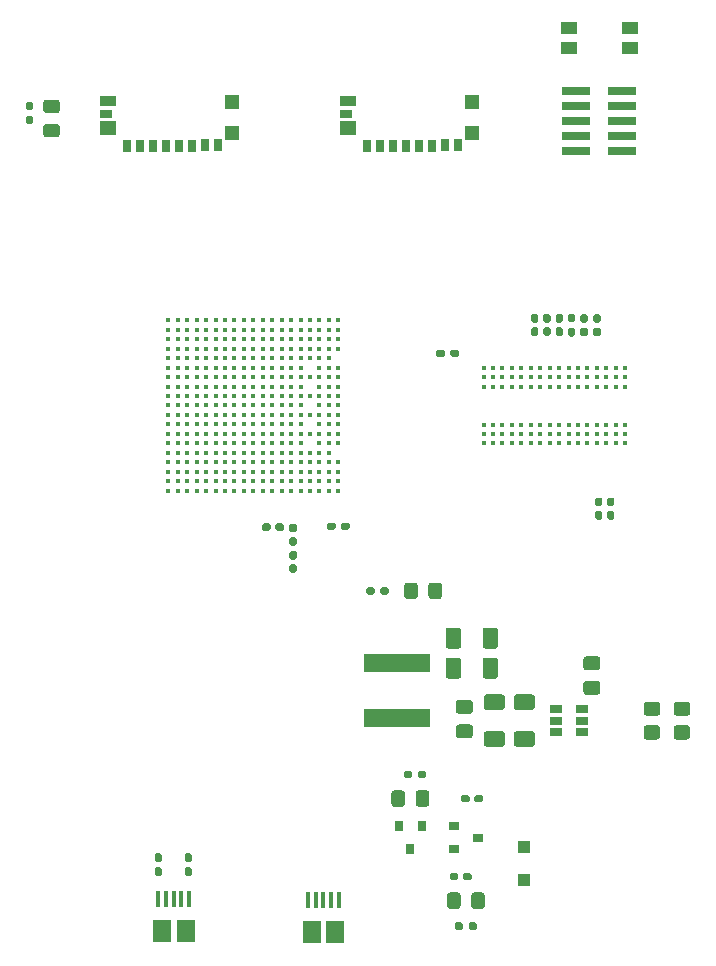
<source format=gbr>
%TF.GenerationSoftware,KiCad,Pcbnew,(5.1.8-0-10_14)*%
%TF.CreationDate,2020-12-07T13:54:23+00:00*%
%TF.ProjectId,STM32MP1_TestBoard,53544d33-324d-4503-915f-54657374426f,rev?*%
%TF.SameCoordinates,Original*%
%TF.FileFunction,Paste,Top*%
%TF.FilePolarity,Positive*%
%FSLAX46Y46*%
G04 Gerber Fmt 4.6, Leading zero omitted, Abs format (unit mm)*
G04 Created by KiCad (PCBNEW (5.1.8-0-10_14)) date 2020-12-07 13:54:23*
%MOMM*%
%LPD*%
G01*
G04 APERTURE LIST*
%ADD10C,0.400000*%
%ADD11R,1.100000X1.100000*%
%ADD12R,1.500000X1.900000*%
%ADD13R,0.400000X1.350000*%
%ADD14R,1.060000X0.650000*%
%ADD15R,0.900000X0.800000*%
%ADD16R,1.450000X1.000000*%
%ADD17R,0.800000X0.900000*%
%ADD18R,5.700000X1.600000*%
%ADD19R,1.000000X0.700000*%
%ADD20R,1.400000X0.900000*%
%ADD21R,1.400000X1.200000*%
%ADD22R,1.200000X1.150000*%
%ADD23R,0.700000X1.000000*%
%ADD24R,2.400000X0.740000*%
G04 APERTURE END LIST*
D10*
%TO.C,U1*%
X167131000Y-110057000D03*
X167131000Y-109257000D03*
X167131000Y-108457000D03*
X167131000Y-107657000D03*
X167131000Y-106057000D03*
X167131000Y-105257000D03*
X167131000Y-104457000D03*
X167131000Y-103657000D03*
X167131000Y-102857000D03*
X167131000Y-102057000D03*
X167131000Y-101257000D03*
X167131000Y-100457000D03*
X167131000Y-99657000D03*
X167131000Y-98057000D03*
X167131000Y-97257000D03*
X167131000Y-96457000D03*
X167131000Y-95657000D03*
X166331000Y-110057000D03*
X166331000Y-109257000D03*
X166331000Y-108457000D03*
X166331000Y-107657000D03*
X166331000Y-106857000D03*
X166331000Y-106057000D03*
X166331000Y-105257000D03*
X166331000Y-104457000D03*
X166331000Y-103657000D03*
X166331000Y-102857000D03*
X166331000Y-102057000D03*
X166331000Y-101257000D03*
X166331000Y-100457000D03*
X166331000Y-99657000D03*
X166331000Y-98857000D03*
X166331000Y-98057000D03*
X166331000Y-97257000D03*
X166331000Y-96457000D03*
X166331000Y-95657000D03*
X165531000Y-110057000D03*
X165531000Y-109257000D03*
X165531000Y-108457000D03*
X165531000Y-107657000D03*
X165531000Y-106857000D03*
X165531000Y-106057000D03*
X165531000Y-105257000D03*
X165531000Y-104457000D03*
X165531000Y-103657000D03*
X165531000Y-102857000D03*
X165531000Y-102057000D03*
X165531000Y-101257000D03*
X165531000Y-100457000D03*
X165531000Y-99657000D03*
X165531000Y-98857000D03*
X165531000Y-98057000D03*
X165531000Y-97257000D03*
X165531000Y-96457000D03*
X165531000Y-95657000D03*
X164731000Y-110057000D03*
X164731000Y-109257000D03*
X164731000Y-108457000D03*
X164731000Y-107657000D03*
X164731000Y-106857000D03*
X164731000Y-105257000D03*
X164731000Y-103657000D03*
X164731000Y-102057000D03*
X164731000Y-100457000D03*
X164731000Y-98857000D03*
X164731000Y-98057000D03*
X164731000Y-97257000D03*
X164731000Y-96457000D03*
X164731000Y-95657000D03*
X163931000Y-110057000D03*
X163931000Y-109257000D03*
X163931000Y-108457000D03*
X163931000Y-107657000D03*
X163931000Y-106857000D03*
X163931000Y-106057000D03*
X163931000Y-105257000D03*
X163931000Y-104457000D03*
X163931000Y-103657000D03*
X163931000Y-102857000D03*
X163931000Y-102057000D03*
X163931000Y-101257000D03*
X163931000Y-100457000D03*
X163931000Y-99657000D03*
X163931000Y-98857000D03*
X163931000Y-98057000D03*
X163931000Y-97257000D03*
X163931000Y-96457000D03*
X163931000Y-95657000D03*
X163131000Y-110057000D03*
X163131000Y-109257000D03*
X163131000Y-108457000D03*
X163131000Y-107657000D03*
X163131000Y-106857000D03*
X163131000Y-106057000D03*
X163131000Y-105257000D03*
X163131000Y-104457000D03*
X163131000Y-103657000D03*
X163131000Y-102857000D03*
X163131000Y-102057000D03*
X163131000Y-101257000D03*
X163131000Y-100457000D03*
X163131000Y-99657000D03*
X163131000Y-98857000D03*
X163131000Y-98057000D03*
X163131000Y-97257000D03*
X163131000Y-96457000D03*
X163131000Y-95657000D03*
X162331000Y-110057000D03*
X162331000Y-109257000D03*
X162331000Y-108457000D03*
X162331000Y-107657000D03*
X162331000Y-106857000D03*
X162331000Y-106057000D03*
X162331000Y-105257000D03*
X162331000Y-104457000D03*
X162331000Y-103657000D03*
X162331000Y-102857000D03*
X162331000Y-102057000D03*
X162331000Y-101257000D03*
X162331000Y-100457000D03*
X162331000Y-99657000D03*
X162331000Y-98857000D03*
X162331000Y-98057000D03*
X162331000Y-97257000D03*
X162331000Y-96457000D03*
X162331000Y-95657000D03*
X161531000Y-110057000D03*
X161531000Y-109257000D03*
X161531000Y-108457000D03*
X161531000Y-107657000D03*
X161531000Y-106857000D03*
X161531000Y-106057000D03*
X161531000Y-105257000D03*
X161531000Y-104457000D03*
X161531000Y-103657000D03*
X161531000Y-102857000D03*
X161531000Y-102057000D03*
X161531000Y-101257000D03*
X161531000Y-100457000D03*
X161531000Y-99657000D03*
X161531000Y-98857000D03*
X161531000Y-98057000D03*
X161531000Y-97257000D03*
X161531000Y-96457000D03*
X161531000Y-95657000D03*
X160731000Y-110057000D03*
X160731000Y-109257000D03*
X160731000Y-108457000D03*
X160731000Y-107657000D03*
X160731000Y-106857000D03*
X160731000Y-106057000D03*
X160731000Y-105257000D03*
X160731000Y-104457000D03*
X160731000Y-103657000D03*
X160731000Y-102857000D03*
X160731000Y-102057000D03*
X160731000Y-101257000D03*
X160731000Y-100457000D03*
X160731000Y-99657000D03*
X160731000Y-98857000D03*
X160731000Y-98057000D03*
X160731000Y-97257000D03*
X160731000Y-96457000D03*
X160731000Y-95657000D03*
X159931000Y-110057000D03*
X159931000Y-109257000D03*
X159931000Y-108457000D03*
X159931000Y-107657000D03*
X159931000Y-106857000D03*
X159931000Y-106057000D03*
X159931000Y-105257000D03*
X159931000Y-104457000D03*
X159931000Y-103657000D03*
X159931000Y-102857000D03*
X159931000Y-102057000D03*
X159931000Y-101257000D03*
X159931000Y-100457000D03*
X159931000Y-99657000D03*
X159931000Y-98857000D03*
X159931000Y-98057000D03*
X159931000Y-97257000D03*
X159931000Y-96457000D03*
X159931000Y-95657000D03*
X159131000Y-110057000D03*
X159131000Y-109257000D03*
X159131000Y-108457000D03*
X159131000Y-107657000D03*
X159131000Y-106857000D03*
X159131000Y-106057000D03*
X159131000Y-105257000D03*
X159131000Y-104457000D03*
X159131000Y-103657000D03*
X159131000Y-102857000D03*
X159131000Y-102057000D03*
X159131000Y-101257000D03*
X159131000Y-100457000D03*
X159131000Y-99657000D03*
X159131000Y-98857000D03*
X159131000Y-98057000D03*
X159131000Y-97257000D03*
X159131000Y-96457000D03*
X159131000Y-95657000D03*
X158331000Y-110057000D03*
X158331000Y-109257000D03*
X158331000Y-108457000D03*
X158331000Y-107657000D03*
X158331000Y-106857000D03*
X158331000Y-106057000D03*
X158331000Y-105257000D03*
X158331000Y-104457000D03*
X158331000Y-103657000D03*
X158331000Y-102857000D03*
X158331000Y-102057000D03*
X158331000Y-101257000D03*
X158331000Y-100457000D03*
X158331000Y-99657000D03*
X158331000Y-98857000D03*
X158331000Y-98057000D03*
X158331000Y-97257000D03*
X158331000Y-96457000D03*
X158331000Y-95657000D03*
X157531000Y-110057000D03*
X157531000Y-109257000D03*
X157531000Y-108457000D03*
X157531000Y-107657000D03*
X157531000Y-106857000D03*
X157531000Y-106057000D03*
X157531000Y-105257000D03*
X157531000Y-104457000D03*
X157531000Y-103657000D03*
X157531000Y-102857000D03*
X157531000Y-102057000D03*
X157531000Y-101257000D03*
X157531000Y-100457000D03*
X157531000Y-99657000D03*
X157531000Y-98857000D03*
X157531000Y-98057000D03*
X157531000Y-97257000D03*
X157531000Y-96457000D03*
X157531000Y-95657000D03*
X156731000Y-110057000D03*
X156731000Y-109257000D03*
X156731000Y-108457000D03*
X156731000Y-107657000D03*
X156731000Y-106857000D03*
X156731000Y-106057000D03*
X156731000Y-105257000D03*
X156731000Y-104457000D03*
X156731000Y-103657000D03*
X156731000Y-102857000D03*
X156731000Y-102057000D03*
X156731000Y-101257000D03*
X156731000Y-100457000D03*
X156731000Y-99657000D03*
X156731000Y-98857000D03*
X156731000Y-98057000D03*
X156731000Y-97257000D03*
X156731000Y-96457000D03*
X156731000Y-95657000D03*
X155931000Y-110057000D03*
X155931000Y-109257000D03*
X155931000Y-108457000D03*
X155931000Y-107657000D03*
X155931000Y-106857000D03*
X155931000Y-106057000D03*
X155931000Y-105257000D03*
X155931000Y-104457000D03*
X155931000Y-103657000D03*
X155931000Y-102857000D03*
X155931000Y-102057000D03*
X155931000Y-101257000D03*
X155931000Y-100457000D03*
X155931000Y-99657000D03*
X155931000Y-98857000D03*
X155931000Y-98057000D03*
X155931000Y-97257000D03*
X155931000Y-96457000D03*
X155931000Y-95657000D03*
X155131000Y-110057000D03*
X155131000Y-109257000D03*
X155131000Y-108457000D03*
X155131000Y-107657000D03*
X155131000Y-106857000D03*
X155131000Y-106057000D03*
X155131000Y-105257000D03*
X155131000Y-104457000D03*
X155131000Y-103657000D03*
X155131000Y-102857000D03*
X155131000Y-102057000D03*
X155131000Y-101257000D03*
X155131000Y-100457000D03*
X155131000Y-99657000D03*
X155131000Y-98857000D03*
X155131000Y-98057000D03*
X155131000Y-97257000D03*
X155131000Y-96457000D03*
X155131000Y-95657000D03*
X154331000Y-110057000D03*
X154331000Y-109257000D03*
X154331000Y-108457000D03*
X154331000Y-107657000D03*
X154331000Y-106857000D03*
X154331000Y-106057000D03*
X154331000Y-105257000D03*
X154331000Y-104457000D03*
X154331000Y-103657000D03*
X154331000Y-102857000D03*
X154331000Y-102057000D03*
X154331000Y-101257000D03*
X154331000Y-100457000D03*
X154331000Y-99657000D03*
X154331000Y-98857000D03*
X154331000Y-98057000D03*
X154331000Y-97257000D03*
X154331000Y-96457000D03*
X154331000Y-95657000D03*
X153531000Y-110057000D03*
X153531000Y-109257000D03*
X153531000Y-108457000D03*
X153531000Y-107657000D03*
X153531000Y-106857000D03*
X153531000Y-106057000D03*
X153531000Y-105257000D03*
X153531000Y-104457000D03*
X153531000Y-103657000D03*
X153531000Y-102857000D03*
X153531000Y-102057000D03*
X153531000Y-101257000D03*
X153531000Y-100457000D03*
X153531000Y-99657000D03*
X153531000Y-98857000D03*
X153531000Y-98057000D03*
X153531000Y-97257000D03*
X153531000Y-96457000D03*
X153531000Y-95657000D03*
X152731000Y-110057000D03*
X152731000Y-109257000D03*
X152731000Y-108457000D03*
X152731000Y-107657000D03*
X152731000Y-106857000D03*
X152731000Y-106057000D03*
X152731000Y-105257000D03*
X152731000Y-104457000D03*
X152731000Y-103657000D03*
X152731000Y-102857000D03*
X152731000Y-102057000D03*
X152731000Y-101257000D03*
X152731000Y-100457000D03*
X152731000Y-99657000D03*
X152731000Y-98857000D03*
X152731000Y-98057000D03*
X152731000Y-97257000D03*
X152731000Y-96457000D03*
X152731000Y-95657000D03*
%TD*%
%TO.C,R20*%
G36*
G01*
X170194000Y-118394500D02*
X170194000Y-118714500D01*
G75*
G02*
X170034000Y-118874500I-160000J0D01*
G01*
X169639000Y-118874500D01*
G75*
G02*
X169479000Y-118714500I0J160000D01*
G01*
X169479000Y-118394500D01*
G75*
G02*
X169639000Y-118234500I160000J0D01*
G01*
X170034000Y-118234500D01*
G75*
G02*
X170194000Y-118394500I0J-160000D01*
G01*
G37*
G36*
G01*
X171389000Y-118394500D02*
X171389000Y-118714500D01*
G75*
G02*
X171229000Y-118874500I-160000J0D01*
G01*
X170834000Y-118874500D01*
G75*
G02*
X170674000Y-118714500I0J160000D01*
G01*
X170674000Y-118394500D01*
G75*
G02*
X170834000Y-118234500I160000J0D01*
G01*
X171229000Y-118234500D01*
G75*
G02*
X171389000Y-118394500I0J-160000D01*
G01*
G37*
%TD*%
%TO.C,R19*%
G36*
G01*
X177687000Y-146779000D02*
X177687000Y-147099000D01*
G75*
G02*
X177527000Y-147259000I-160000J0D01*
G01*
X177132000Y-147259000D01*
G75*
G02*
X176972000Y-147099000I0J160000D01*
G01*
X176972000Y-146779000D01*
G75*
G02*
X177132000Y-146619000I160000J0D01*
G01*
X177527000Y-146619000D01*
G75*
G02*
X177687000Y-146779000I0J-160000D01*
G01*
G37*
G36*
G01*
X178882000Y-146779000D02*
X178882000Y-147099000D01*
G75*
G02*
X178722000Y-147259000I-160000J0D01*
G01*
X178327000Y-147259000D01*
G75*
G02*
X178167000Y-147099000I0J160000D01*
G01*
X178167000Y-146779000D01*
G75*
G02*
X178327000Y-146619000I160000J0D01*
G01*
X178722000Y-146619000D01*
G75*
G02*
X178882000Y-146779000I0J-160000D01*
G01*
G37*
%TD*%
%TO.C,R18*%
G36*
G01*
X173369000Y-133952000D02*
X173369000Y-134272000D01*
G75*
G02*
X173209000Y-134432000I-160000J0D01*
G01*
X172814000Y-134432000D01*
G75*
G02*
X172654000Y-134272000I0J160000D01*
G01*
X172654000Y-133952000D01*
G75*
G02*
X172814000Y-133792000I160000J0D01*
G01*
X173209000Y-133792000D01*
G75*
G02*
X173369000Y-133952000I0J-160000D01*
G01*
G37*
G36*
G01*
X174564000Y-133952000D02*
X174564000Y-134272000D01*
G75*
G02*
X174404000Y-134432000I-160000J0D01*
G01*
X174009000Y-134432000D01*
G75*
G02*
X173849000Y-134272000I0J160000D01*
G01*
X173849000Y-133952000D01*
G75*
G02*
X174009000Y-133792000I160000J0D01*
G01*
X174404000Y-133792000D01*
G75*
G02*
X174564000Y-133952000I0J-160000D01*
G01*
G37*
%TD*%
%TO.C,D5*%
G36*
G01*
X174757500Y-119004501D02*
X174757500Y-118104499D01*
G75*
G02*
X175007499Y-117854500I249999J0D01*
G01*
X175657501Y-117854500D01*
G75*
G02*
X175907500Y-118104499I0J-249999D01*
G01*
X175907500Y-119004501D01*
G75*
G02*
X175657501Y-119254500I-249999J0D01*
G01*
X175007499Y-119254500D01*
G75*
G02*
X174757500Y-119004501I0J249999D01*
G01*
G37*
G36*
G01*
X172707500Y-119004501D02*
X172707500Y-118104499D01*
G75*
G02*
X172957499Y-117854500I249999J0D01*
G01*
X173607501Y-117854500D01*
G75*
G02*
X173857500Y-118104499I0J-249999D01*
G01*
X173857500Y-119004501D01*
G75*
G02*
X173607501Y-119254500I-249999J0D01*
G01*
X172957499Y-119254500D01*
G75*
G02*
X172707500Y-119004501I0J249999D01*
G01*
G37*
%TD*%
%TO.C,D4*%
G36*
G01*
X177477000Y-144329999D02*
X177477000Y-145230001D01*
G75*
G02*
X177227001Y-145480000I-249999J0D01*
G01*
X176576999Y-145480000D01*
G75*
G02*
X176327000Y-145230001I0J249999D01*
G01*
X176327000Y-144329999D01*
G75*
G02*
X176576999Y-144080000I249999J0D01*
G01*
X177227001Y-144080000D01*
G75*
G02*
X177477000Y-144329999I0J-249999D01*
G01*
G37*
G36*
G01*
X179527000Y-144329999D02*
X179527000Y-145230001D01*
G75*
G02*
X179277001Y-145480000I-249999J0D01*
G01*
X178626999Y-145480000D01*
G75*
G02*
X178377000Y-145230001I0J249999D01*
G01*
X178377000Y-144329999D01*
G75*
G02*
X178626999Y-144080000I249999J0D01*
G01*
X179277001Y-144080000D01*
G75*
G02*
X179527000Y-144329999I0J-249999D01*
G01*
G37*
%TD*%
%TO.C,D3*%
G36*
G01*
X172778000Y-135693999D02*
X172778000Y-136594001D01*
G75*
G02*
X172528001Y-136844000I-249999J0D01*
G01*
X171877999Y-136844000D01*
G75*
G02*
X171628000Y-136594001I0J249999D01*
G01*
X171628000Y-135693999D01*
G75*
G02*
X171877999Y-135444000I249999J0D01*
G01*
X172528001Y-135444000D01*
G75*
G02*
X172778000Y-135693999I0J-249999D01*
G01*
G37*
G36*
G01*
X174828000Y-135693999D02*
X174828000Y-136594001D01*
G75*
G02*
X174578001Y-136844000I-249999J0D01*
G01*
X173927999Y-136844000D01*
G75*
G02*
X173678000Y-136594001I0J249999D01*
G01*
X173678000Y-135693999D01*
G75*
G02*
X173927999Y-135444000I249999J0D01*
G01*
X174578001Y-135444000D01*
G75*
G02*
X174828000Y-135693999I0J-249999D01*
G01*
G37*
%TD*%
D11*
%TO.C,D2*%
X182880000Y-143005000D03*
X182880000Y-140205000D03*
%TD*%
%TO.C,C57*%
G36*
G01*
X185981400Y-96972400D02*
X185671400Y-96972400D01*
G75*
G02*
X185516400Y-96817400I0J155000D01*
G01*
X185516400Y-96392400D01*
G75*
G02*
X185671400Y-96237400I155000J0D01*
G01*
X185981400Y-96237400D01*
G75*
G02*
X186136400Y-96392400I0J-155000D01*
G01*
X186136400Y-96817400D01*
G75*
G02*
X185981400Y-96972400I-155000J0D01*
G01*
G37*
G36*
G01*
X185981400Y-95837400D02*
X185671400Y-95837400D01*
G75*
G02*
X185516400Y-95682400I0J155000D01*
G01*
X185516400Y-95257400D01*
G75*
G02*
X185671400Y-95102400I155000J0D01*
G01*
X185981400Y-95102400D01*
G75*
G02*
X186136400Y-95257400I0J-155000D01*
G01*
X186136400Y-95682400D01*
G75*
G02*
X185981400Y-95837400I-155000J0D01*
G01*
G37*
%TD*%
%TO.C,C40*%
G36*
G01*
X189024200Y-110647200D02*
X189334200Y-110647200D01*
G75*
G02*
X189489200Y-110802200I0J-155000D01*
G01*
X189489200Y-111227200D01*
G75*
G02*
X189334200Y-111382200I-155000J0D01*
G01*
X189024200Y-111382200D01*
G75*
G02*
X188869200Y-111227200I0J155000D01*
G01*
X188869200Y-110802200D01*
G75*
G02*
X189024200Y-110647200I155000J0D01*
G01*
G37*
G36*
G01*
X189024200Y-111782200D02*
X189334200Y-111782200D01*
G75*
G02*
X189489200Y-111937200I0J-155000D01*
G01*
X189489200Y-112362200D01*
G75*
G02*
X189334200Y-112517200I-155000J0D01*
G01*
X189024200Y-112517200D01*
G75*
G02*
X188869200Y-112362200I0J155000D01*
G01*
X188869200Y-111937200D01*
G75*
G02*
X189024200Y-111782200I155000J0D01*
G01*
G37*
%TD*%
%TO.C,R15*%
G36*
G01*
X175422600Y-98610400D02*
X175422600Y-98290400D01*
G75*
G02*
X175582600Y-98130400I160000J0D01*
G01*
X175977600Y-98130400D01*
G75*
G02*
X176137600Y-98290400I0J-160000D01*
G01*
X176137600Y-98610400D01*
G75*
G02*
X175977600Y-98770400I-160000J0D01*
G01*
X175582600Y-98770400D01*
G75*
G02*
X175422600Y-98610400I0J160000D01*
G01*
G37*
G36*
G01*
X176617600Y-98610400D02*
X176617600Y-98290400D01*
G75*
G02*
X176777600Y-98130400I160000J0D01*
G01*
X177172600Y-98130400D01*
G75*
G02*
X177332600Y-98290400I0J-160000D01*
G01*
X177332600Y-98610400D01*
G75*
G02*
X177172600Y-98770400I-160000J0D01*
G01*
X176777600Y-98770400D01*
G75*
G02*
X176617600Y-98610400I0J160000D01*
G01*
G37*
%TD*%
%TO.C,C62*%
G36*
G01*
X183898600Y-96972400D02*
X183588600Y-96972400D01*
G75*
G02*
X183433600Y-96817400I0J155000D01*
G01*
X183433600Y-96392400D01*
G75*
G02*
X183588600Y-96237400I155000J0D01*
G01*
X183898600Y-96237400D01*
G75*
G02*
X184053600Y-96392400I0J-155000D01*
G01*
X184053600Y-96817400D01*
G75*
G02*
X183898600Y-96972400I-155000J0D01*
G01*
G37*
G36*
G01*
X183898600Y-95837400D02*
X183588600Y-95837400D01*
G75*
G02*
X183433600Y-95682400I0J155000D01*
G01*
X183433600Y-95257400D01*
G75*
G02*
X183588600Y-95102400I155000J0D01*
G01*
X183898600Y-95102400D01*
G75*
G02*
X184053600Y-95257400I0J-155000D01*
G01*
X184053600Y-95682400D01*
G75*
G02*
X183898600Y-95837400I-155000J0D01*
G01*
G37*
%TD*%
D10*
%TO.C,U2*%
X191420000Y-99670000D03*
X191420000Y-100470000D03*
X191420000Y-101270000D03*
X191420000Y-104470000D03*
X191420000Y-105270000D03*
X191420000Y-106070000D03*
X190620000Y-99670000D03*
X190620000Y-100470000D03*
X190620000Y-101270000D03*
X190620000Y-104470000D03*
X190620000Y-105270000D03*
X190620000Y-106070000D03*
X189820000Y-99670000D03*
X189820000Y-100470000D03*
X189820000Y-101270000D03*
X189820000Y-104470000D03*
X189820000Y-105270000D03*
X189820000Y-106070000D03*
X189020000Y-99670000D03*
X189020000Y-100470000D03*
X189020000Y-101270000D03*
X189020000Y-104470000D03*
X189020000Y-105270000D03*
X189020000Y-106070000D03*
X188220000Y-99670000D03*
X188220000Y-100470000D03*
X188220000Y-101270000D03*
X188220000Y-104470000D03*
X188220000Y-105270000D03*
X188220000Y-106070000D03*
X187420000Y-99670000D03*
X187420000Y-100470000D03*
X187420000Y-101270000D03*
X187420000Y-104470000D03*
X187420000Y-105270000D03*
X187420000Y-106070000D03*
X186620000Y-99670000D03*
X186620000Y-100470000D03*
X186620000Y-101270000D03*
X186620000Y-104470000D03*
X186620000Y-105270000D03*
X186620000Y-106070000D03*
X185820000Y-99670000D03*
X185820000Y-100470000D03*
X185820000Y-101270000D03*
X185820000Y-104470000D03*
X185820000Y-105270000D03*
X185820000Y-106070000D03*
X185020000Y-99670000D03*
X185020000Y-100470000D03*
X185020000Y-101270000D03*
X185020000Y-104470000D03*
X185020000Y-105270000D03*
X185020000Y-106070000D03*
X184220000Y-99670000D03*
X184220000Y-100470000D03*
X184220000Y-101270000D03*
X184220000Y-104470000D03*
X184220000Y-105270000D03*
X184220000Y-106070000D03*
X183420000Y-99670000D03*
X183420000Y-100470000D03*
X183420000Y-101270000D03*
X183420000Y-104470000D03*
X183420000Y-105270000D03*
X183420000Y-106070000D03*
X182620000Y-99670000D03*
X182620000Y-100470000D03*
X182620000Y-101270000D03*
X182620000Y-104470000D03*
X182620000Y-105270000D03*
X182620000Y-106070000D03*
X181820000Y-99670000D03*
X181820000Y-100470000D03*
X181820000Y-101270000D03*
X181820000Y-104470000D03*
X181820000Y-105270000D03*
X181820000Y-106070000D03*
X181020000Y-99670000D03*
X181020000Y-100470000D03*
X181020000Y-101270000D03*
X181020000Y-104470000D03*
X181020000Y-105270000D03*
X181020000Y-106070000D03*
X180220000Y-99670000D03*
X180220000Y-100470000D03*
X180220000Y-101270000D03*
X180220000Y-104470000D03*
X180220000Y-105270000D03*
X180220000Y-106070000D03*
X179420000Y-99670000D03*
X179420000Y-100470000D03*
X179420000Y-101270000D03*
X179420000Y-104470000D03*
X179420000Y-105270000D03*
X179420000Y-106070000D03*
%TD*%
%TO.C,C36*%
G36*
G01*
X189181800Y-96997800D02*
X188871800Y-96997800D01*
G75*
G02*
X188716800Y-96842800I0J155000D01*
G01*
X188716800Y-96417800D01*
G75*
G02*
X188871800Y-96262800I155000J0D01*
G01*
X189181800Y-96262800D01*
G75*
G02*
X189336800Y-96417800I0J-155000D01*
G01*
X189336800Y-96842800D01*
G75*
G02*
X189181800Y-96997800I-155000J0D01*
G01*
G37*
G36*
G01*
X189181800Y-95862800D02*
X188871800Y-95862800D01*
G75*
G02*
X188716800Y-95707800I0J155000D01*
G01*
X188716800Y-95282800D01*
G75*
G02*
X188871800Y-95127800I155000J0D01*
G01*
X189181800Y-95127800D01*
G75*
G02*
X189336800Y-95282800I0J-155000D01*
G01*
X189336800Y-95707800D01*
G75*
G02*
X189181800Y-95862800I-155000J0D01*
G01*
G37*
%TD*%
%TO.C,C52*%
G36*
G01*
X188089600Y-96997800D02*
X187779600Y-96997800D01*
G75*
G02*
X187624600Y-96842800I0J155000D01*
G01*
X187624600Y-96417800D01*
G75*
G02*
X187779600Y-96262800I155000J0D01*
G01*
X188089600Y-96262800D01*
G75*
G02*
X188244600Y-96417800I0J-155000D01*
G01*
X188244600Y-96842800D01*
G75*
G02*
X188089600Y-96997800I-155000J0D01*
G01*
G37*
G36*
G01*
X188089600Y-95862800D02*
X187779600Y-95862800D01*
G75*
G02*
X187624600Y-95707800I0J155000D01*
G01*
X187624600Y-95282800D01*
G75*
G02*
X187779600Y-95127800I155000J0D01*
G01*
X188089600Y-95127800D01*
G75*
G02*
X188244600Y-95282800I0J-155000D01*
G01*
X188244600Y-95707800D01*
G75*
G02*
X188089600Y-95862800I-155000J0D01*
G01*
G37*
%TD*%
%TO.C,C42*%
G36*
G01*
X190040200Y-110647200D02*
X190350200Y-110647200D01*
G75*
G02*
X190505200Y-110802200I0J-155000D01*
G01*
X190505200Y-111227200D01*
G75*
G02*
X190350200Y-111382200I-155000J0D01*
G01*
X190040200Y-111382200D01*
G75*
G02*
X189885200Y-111227200I0J155000D01*
G01*
X189885200Y-110802200D01*
G75*
G02*
X190040200Y-110647200I155000J0D01*
G01*
G37*
G36*
G01*
X190040200Y-111782200D02*
X190350200Y-111782200D01*
G75*
G02*
X190505200Y-111937200I0J-155000D01*
G01*
X190505200Y-112362200D01*
G75*
G02*
X190350200Y-112517200I-155000J0D01*
G01*
X190040200Y-112517200D01*
G75*
G02*
X189885200Y-112362200I0J155000D01*
G01*
X189885200Y-111937200D01*
G75*
G02*
X190040200Y-111782200I155000J0D01*
G01*
G37*
%TD*%
%TO.C,C65*%
G36*
G01*
X184940000Y-96972400D02*
X184630000Y-96972400D01*
G75*
G02*
X184475000Y-96817400I0J155000D01*
G01*
X184475000Y-96392400D01*
G75*
G02*
X184630000Y-96237400I155000J0D01*
G01*
X184940000Y-96237400D01*
G75*
G02*
X185095000Y-96392400I0J-155000D01*
G01*
X185095000Y-96817400D01*
G75*
G02*
X184940000Y-96972400I-155000J0D01*
G01*
G37*
G36*
G01*
X184940000Y-95837400D02*
X184630000Y-95837400D01*
G75*
G02*
X184475000Y-95682400I0J155000D01*
G01*
X184475000Y-95257400D01*
G75*
G02*
X184630000Y-95102400I155000J0D01*
G01*
X184940000Y-95102400D01*
G75*
G02*
X185095000Y-95257400I0J-155000D01*
G01*
X185095000Y-95682400D01*
G75*
G02*
X184940000Y-95837400I-155000J0D01*
G01*
G37*
%TD*%
%TO.C,R52*%
G36*
G01*
X187027800Y-97017800D02*
X186707800Y-97017800D01*
G75*
G02*
X186547800Y-96857800I0J160000D01*
G01*
X186547800Y-96462800D01*
G75*
G02*
X186707800Y-96302800I160000J0D01*
G01*
X187027800Y-96302800D01*
G75*
G02*
X187187800Y-96462800I0J-160000D01*
G01*
X187187800Y-96857800D01*
G75*
G02*
X187027800Y-97017800I-160000J0D01*
G01*
G37*
G36*
G01*
X187027800Y-95822800D02*
X186707800Y-95822800D01*
G75*
G02*
X186547800Y-95662800I0J160000D01*
G01*
X186547800Y-95267800D01*
G75*
G02*
X186707800Y-95107800I160000J0D01*
G01*
X187027800Y-95107800D01*
G75*
G02*
X187187800Y-95267800I0J-160000D01*
G01*
X187187800Y-95662800D01*
G75*
G02*
X187027800Y-95822800I-160000J0D01*
G01*
G37*
%TD*%
%TO.C,R17*%
G36*
G01*
X154272000Y-141972000D02*
X154592000Y-141972000D01*
G75*
G02*
X154752000Y-142132000I0J-160000D01*
G01*
X154752000Y-142527000D01*
G75*
G02*
X154592000Y-142687000I-160000J0D01*
G01*
X154272000Y-142687000D01*
G75*
G02*
X154112000Y-142527000I0J160000D01*
G01*
X154112000Y-142132000D01*
G75*
G02*
X154272000Y-141972000I160000J0D01*
G01*
G37*
G36*
G01*
X154272000Y-140777000D02*
X154592000Y-140777000D01*
G75*
G02*
X154752000Y-140937000I0J-160000D01*
G01*
X154752000Y-141332000D01*
G75*
G02*
X154592000Y-141492000I-160000J0D01*
G01*
X154272000Y-141492000D01*
G75*
G02*
X154112000Y-141332000I0J160000D01*
G01*
X154112000Y-140937000D01*
G75*
G02*
X154272000Y-140777000I160000J0D01*
G01*
G37*
%TD*%
%TO.C,R16*%
G36*
G01*
X151732000Y-141972000D02*
X152052000Y-141972000D01*
G75*
G02*
X152212000Y-142132000I0J-160000D01*
G01*
X152212000Y-142527000D01*
G75*
G02*
X152052000Y-142687000I-160000J0D01*
G01*
X151732000Y-142687000D01*
G75*
G02*
X151572000Y-142527000I0J160000D01*
G01*
X151572000Y-142132000D01*
G75*
G02*
X151732000Y-141972000I160000J0D01*
G01*
G37*
G36*
G01*
X151732000Y-140777000D02*
X152052000Y-140777000D01*
G75*
G02*
X152212000Y-140937000I0J-160000D01*
G01*
X152212000Y-141332000D01*
G75*
G02*
X152052000Y-141492000I-160000J0D01*
G01*
X151732000Y-141492000D01*
G75*
G02*
X151572000Y-141332000I0J160000D01*
G01*
X151572000Y-140937000D01*
G75*
G02*
X151732000Y-140777000I160000J0D01*
G01*
G37*
%TD*%
D12*
%TO.C,J8*%
X152187400Y-147338300D03*
D13*
X153187400Y-144638300D03*
X153837400Y-144638300D03*
X154487400Y-144638300D03*
X151887400Y-144638300D03*
X152537400Y-144638300D03*
D12*
X154187400Y-147338300D03*
%TD*%
%TO.C,C68*%
G36*
G01*
X163141600Y-112857000D02*
X163451600Y-112857000D01*
G75*
G02*
X163606600Y-113012000I0J-155000D01*
G01*
X163606600Y-113437000D01*
G75*
G02*
X163451600Y-113592000I-155000J0D01*
G01*
X163141600Y-113592000D01*
G75*
G02*
X162986600Y-113437000I0J155000D01*
G01*
X162986600Y-113012000D01*
G75*
G02*
X163141600Y-112857000I155000J0D01*
G01*
G37*
G36*
G01*
X163141600Y-113992000D02*
X163451600Y-113992000D01*
G75*
G02*
X163606600Y-114147000I0J-155000D01*
G01*
X163606600Y-114572000D01*
G75*
G02*
X163451600Y-114727000I-155000J0D01*
G01*
X163141600Y-114727000D01*
G75*
G02*
X162986600Y-114572000I0J155000D01*
G01*
X162986600Y-114147000D01*
G75*
G02*
X163141600Y-113992000I155000J0D01*
G01*
G37*
%TD*%
%TO.C,C9*%
G36*
G01*
X162529800Y-113002000D02*
X162529800Y-113312000D01*
G75*
G02*
X162374800Y-113467000I-155000J0D01*
G01*
X161949800Y-113467000D01*
G75*
G02*
X161794800Y-113312000I0J155000D01*
G01*
X161794800Y-113002000D01*
G75*
G02*
X161949800Y-112847000I155000J0D01*
G01*
X162374800Y-112847000D01*
G75*
G02*
X162529800Y-113002000I0J-155000D01*
G01*
G37*
G36*
G01*
X161394800Y-113002000D02*
X161394800Y-113312000D01*
G75*
G02*
X161239800Y-113467000I-155000J0D01*
G01*
X160814800Y-113467000D01*
G75*
G02*
X160659800Y-113312000I0J155000D01*
G01*
X160659800Y-113002000D01*
G75*
G02*
X160814800Y-112847000I155000J0D01*
G01*
X161239800Y-112847000D01*
G75*
G02*
X161394800Y-113002000I0J-155000D01*
G01*
G37*
%TD*%
%TO.C,C17*%
G36*
G01*
X163451600Y-117038400D02*
X163141600Y-117038400D01*
G75*
G02*
X162986600Y-116883400I0J155000D01*
G01*
X162986600Y-116458400D01*
G75*
G02*
X163141600Y-116303400I155000J0D01*
G01*
X163451600Y-116303400D01*
G75*
G02*
X163606600Y-116458400I0J-155000D01*
G01*
X163606600Y-116883400D01*
G75*
G02*
X163451600Y-117038400I-155000J0D01*
G01*
G37*
G36*
G01*
X163451600Y-115903400D02*
X163141600Y-115903400D01*
G75*
G02*
X162986600Y-115748400I0J155000D01*
G01*
X162986600Y-115323400D01*
G75*
G02*
X163141600Y-115168400I155000J0D01*
G01*
X163451600Y-115168400D01*
G75*
G02*
X163606600Y-115323400I0J-155000D01*
G01*
X163606600Y-115748400D01*
G75*
G02*
X163451600Y-115903400I-155000J0D01*
G01*
G37*
%TD*%
%TO.C,C5*%
G36*
G01*
X180990001Y-128640000D02*
X179689999Y-128640000D01*
G75*
G02*
X179440000Y-128390001I0J249999D01*
G01*
X179440000Y-127564999D01*
G75*
G02*
X179689999Y-127315000I249999J0D01*
G01*
X180990001Y-127315000D01*
G75*
G02*
X181240000Y-127564999I0J-249999D01*
G01*
X181240000Y-128390001D01*
G75*
G02*
X180990001Y-128640000I-249999J0D01*
G01*
G37*
G36*
G01*
X180990001Y-131765000D02*
X179689999Y-131765000D01*
G75*
G02*
X179440000Y-131515001I0J249999D01*
G01*
X179440000Y-130689999D01*
G75*
G02*
X179689999Y-130440000I249999J0D01*
G01*
X180990001Y-130440000D01*
G75*
G02*
X181240000Y-130689999I0J-249999D01*
G01*
X181240000Y-131515001D01*
G75*
G02*
X180990001Y-131765000I-249999J0D01*
G01*
G37*
%TD*%
D14*
%TO.C,U4*%
X187790000Y-129540000D03*
X187790000Y-128590000D03*
X187790000Y-130490000D03*
X185590000Y-130490000D03*
X185590000Y-129540000D03*
X185590000Y-128590000D03*
%TD*%
D15*
%TO.C,U3*%
X178927000Y-139446000D03*
X176927000Y-140396000D03*
X176927000Y-138496000D03*
%TD*%
D16*
%TO.C,SW2*%
X191805000Y-70930400D03*
X186655000Y-70930400D03*
X186655000Y-72630400D03*
X191805000Y-72630400D03*
%TD*%
%TO.C,R9*%
G36*
G01*
X140810000Y-78345000D02*
X141130000Y-78345000D01*
G75*
G02*
X141290000Y-78505000I0J-160000D01*
G01*
X141290000Y-78900000D01*
G75*
G02*
X141130000Y-79060000I-160000J0D01*
G01*
X140810000Y-79060000D01*
G75*
G02*
X140650000Y-78900000I0J160000D01*
G01*
X140650000Y-78505000D01*
G75*
G02*
X140810000Y-78345000I160000J0D01*
G01*
G37*
G36*
G01*
X140810000Y-77150000D02*
X141130000Y-77150000D01*
G75*
G02*
X141290000Y-77310000I0J-160000D01*
G01*
X141290000Y-77705000D01*
G75*
G02*
X141130000Y-77865000I-160000J0D01*
G01*
X140810000Y-77865000D01*
G75*
G02*
X140650000Y-77705000I0J160000D01*
G01*
X140650000Y-77310000D01*
G75*
G02*
X140810000Y-77150000I160000J0D01*
G01*
G37*
%TD*%
%TO.C,R8*%
G36*
G01*
X166892000Y-112933500D02*
X166892000Y-113253500D01*
G75*
G02*
X166732000Y-113413500I-160000J0D01*
G01*
X166337000Y-113413500D01*
G75*
G02*
X166177000Y-113253500I0J160000D01*
G01*
X166177000Y-112933500D01*
G75*
G02*
X166337000Y-112773500I160000J0D01*
G01*
X166732000Y-112773500D01*
G75*
G02*
X166892000Y-112933500I0J-160000D01*
G01*
G37*
G36*
G01*
X168087000Y-112933500D02*
X168087000Y-113253500D01*
G75*
G02*
X167927000Y-113413500I-160000J0D01*
G01*
X167532000Y-113413500D01*
G75*
G02*
X167372000Y-113253500I0J160000D01*
G01*
X167372000Y-112933500D01*
G75*
G02*
X167532000Y-112773500I160000J0D01*
G01*
X167927000Y-112773500D01*
G75*
G02*
X168087000Y-112933500I0J-160000D01*
G01*
G37*
%TD*%
%TO.C,R4*%
G36*
G01*
X194125001Y-129140000D02*
X193224999Y-129140000D01*
G75*
G02*
X192975000Y-128890001I0J249999D01*
G01*
X192975000Y-128189999D01*
G75*
G02*
X193224999Y-127940000I249999J0D01*
G01*
X194125001Y-127940000D01*
G75*
G02*
X194375000Y-128189999I0J-249999D01*
G01*
X194375000Y-128890001D01*
G75*
G02*
X194125001Y-129140000I-249999J0D01*
G01*
G37*
G36*
G01*
X194125001Y-131140000D02*
X193224999Y-131140000D01*
G75*
G02*
X192975000Y-130890001I0J249999D01*
G01*
X192975000Y-130189999D01*
G75*
G02*
X193224999Y-129940000I249999J0D01*
G01*
X194125001Y-129940000D01*
G75*
G02*
X194375000Y-130189999I0J-249999D01*
G01*
X194375000Y-130890001D01*
G75*
G02*
X194125001Y-131140000I-249999J0D01*
G01*
G37*
%TD*%
%TO.C,R3*%
G36*
G01*
X195764999Y-129940000D02*
X196665001Y-129940000D01*
G75*
G02*
X196915000Y-130189999I0J-249999D01*
G01*
X196915000Y-130890001D01*
G75*
G02*
X196665001Y-131140000I-249999J0D01*
G01*
X195764999Y-131140000D01*
G75*
G02*
X195515000Y-130890001I0J249999D01*
G01*
X195515000Y-130189999D01*
G75*
G02*
X195764999Y-129940000I249999J0D01*
G01*
G37*
G36*
G01*
X195764999Y-127940000D02*
X196665001Y-127940000D01*
G75*
G02*
X196915000Y-128189999I0J-249999D01*
G01*
X196915000Y-128890001D01*
G75*
G02*
X196665001Y-129140000I-249999J0D01*
G01*
X195764999Y-129140000D01*
G75*
G02*
X195515000Y-128890001I0J249999D01*
G01*
X195515000Y-128189999D01*
G75*
G02*
X195764999Y-127940000I249999J0D01*
G01*
G37*
%TD*%
D17*
%TO.C,Q1*%
X173228000Y-140446000D03*
X172278000Y-138446000D03*
X174178000Y-138446000D03*
%TD*%
D18*
%TO.C,L2*%
X172085000Y-124650000D03*
X172085000Y-129350000D03*
%TD*%
D12*
%TO.C,J14*%
X164862000Y-147414500D03*
D13*
X165862000Y-144714500D03*
X166512000Y-144714500D03*
X167162000Y-144714500D03*
X164562000Y-144714500D03*
X165212000Y-144714500D03*
D12*
X166862000Y-147414500D03*
%TD*%
D19*
%TO.C,J13*%
X147421600Y-78181200D03*
D20*
X147624800Y-77038200D03*
D21*
X147624800Y-79324200D03*
D22*
X158089600Y-77190600D03*
X158089600Y-79806800D03*
D23*
X156946600Y-80835500D03*
X155841700Y-80835500D03*
X154736800Y-80848200D03*
X153631900Y-80848200D03*
X152539700Y-80848200D03*
X151434800Y-80848200D03*
X150329900Y-80848200D03*
X149237700Y-80848200D03*
%TD*%
D19*
%TO.C,J12*%
X167741600Y-78181200D03*
D20*
X167944800Y-77038200D03*
D21*
X167944800Y-79324200D03*
D22*
X178409600Y-77190600D03*
X178409600Y-79806800D03*
D23*
X177266600Y-80835500D03*
X176161700Y-80835500D03*
X175056800Y-80848200D03*
X173951900Y-80848200D03*
X172859700Y-80848200D03*
X171754800Y-80848200D03*
X170649900Y-80848200D03*
X169557700Y-80848200D03*
%TD*%
D24*
%TO.C,J6*%
X187280000Y-76200000D03*
X191180000Y-76200000D03*
X187280000Y-77470000D03*
X191180000Y-77470000D03*
X187280000Y-78740000D03*
X191180000Y-78740000D03*
X187280000Y-80010000D03*
X191180000Y-80010000D03*
X187280000Y-81280000D03*
X191180000Y-81280000D03*
%TD*%
%TO.C,D1*%
G36*
G01*
X143299601Y-78112200D02*
X142399599Y-78112200D01*
G75*
G02*
X142149600Y-77862201I0J249999D01*
G01*
X142149600Y-77212199D01*
G75*
G02*
X142399599Y-76962200I249999J0D01*
G01*
X143299601Y-76962200D01*
G75*
G02*
X143549600Y-77212199I0J-249999D01*
G01*
X143549600Y-77862201D01*
G75*
G02*
X143299601Y-78112200I-249999J0D01*
G01*
G37*
G36*
G01*
X143299601Y-80162200D02*
X142399599Y-80162200D01*
G75*
G02*
X142149600Y-79912201I0J249999D01*
G01*
X142149600Y-79262199D01*
G75*
G02*
X142399599Y-79012200I249999J0D01*
G01*
X143299601Y-79012200D01*
G75*
G02*
X143549600Y-79262199I0J-249999D01*
G01*
X143549600Y-79912201D01*
G75*
G02*
X143299601Y-80162200I-249999J0D01*
G01*
G37*
%TD*%
%TO.C,C10*%
G36*
G01*
X179335000Y-125745001D02*
X179335000Y-124444999D01*
G75*
G02*
X179584999Y-124195000I249999J0D01*
G01*
X180410001Y-124195000D01*
G75*
G02*
X180660000Y-124444999I0J-249999D01*
G01*
X180660000Y-125745001D01*
G75*
G02*
X180410001Y-125995000I-249999J0D01*
G01*
X179584999Y-125995000D01*
G75*
G02*
X179335000Y-125745001I0J249999D01*
G01*
G37*
G36*
G01*
X176210000Y-125745001D02*
X176210000Y-124444999D01*
G75*
G02*
X176459999Y-124195000I249999J0D01*
G01*
X177285001Y-124195000D01*
G75*
G02*
X177535000Y-124444999I0J-249999D01*
G01*
X177535000Y-125745001D01*
G75*
G02*
X177285001Y-125995000I-249999J0D01*
G01*
X176459999Y-125995000D01*
G75*
G02*
X176210000Y-125745001I0J249999D01*
G01*
G37*
%TD*%
%TO.C,C8*%
G36*
G01*
X179335000Y-123205001D02*
X179335000Y-121904999D01*
G75*
G02*
X179584999Y-121655000I249999J0D01*
G01*
X180410001Y-121655000D01*
G75*
G02*
X180660000Y-121904999I0J-249999D01*
G01*
X180660000Y-123205001D01*
G75*
G02*
X180410001Y-123455000I-249999J0D01*
G01*
X179584999Y-123455000D01*
G75*
G02*
X179335000Y-123205001I0J249999D01*
G01*
G37*
G36*
G01*
X176210000Y-123205001D02*
X176210000Y-121904999D01*
G75*
G02*
X176459999Y-121655000I249999J0D01*
G01*
X177285001Y-121655000D01*
G75*
G02*
X177535000Y-121904999I0J-249999D01*
G01*
X177535000Y-123205001D01*
G75*
G02*
X177285001Y-123455000I-249999J0D01*
G01*
X176459999Y-123455000D01*
G75*
G02*
X176210000Y-123205001I0J249999D01*
G01*
G37*
%TD*%
%TO.C,C6*%
G36*
G01*
X178275000Y-128963000D02*
X177325000Y-128963000D01*
G75*
G02*
X177075000Y-128713000I0J250000D01*
G01*
X177075000Y-128038000D01*
G75*
G02*
X177325000Y-127788000I250000J0D01*
G01*
X178275000Y-127788000D01*
G75*
G02*
X178525000Y-128038000I0J-250000D01*
G01*
X178525000Y-128713000D01*
G75*
G02*
X178275000Y-128963000I-250000J0D01*
G01*
G37*
G36*
G01*
X178275000Y-131038000D02*
X177325000Y-131038000D01*
G75*
G02*
X177075000Y-130788000I0J250000D01*
G01*
X177075000Y-130113000D01*
G75*
G02*
X177325000Y-129863000I250000J0D01*
G01*
X178275000Y-129863000D01*
G75*
G02*
X178525000Y-130113000I0J-250000D01*
G01*
X178525000Y-130788000D01*
G75*
G02*
X178275000Y-131038000I-250000J0D01*
G01*
G37*
%TD*%
%TO.C,C4*%
G36*
G01*
X188120000Y-126180000D02*
X189070000Y-126180000D01*
G75*
G02*
X189320000Y-126430000I0J-250000D01*
G01*
X189320000Y-127105000D01*
G75*
G02*
X189070000Y-127355000I-250000J0D01*
G01*
X188120000Y-127355000D01*
G75*
G02*
X187870000Y-127105000I0J250000D01*
G01*
X187870000Y-126430000D01*
G75*
G02*
X188120000Y-126180000I250000J0D01*
G01*
G37*
G36*
G01*
X188120000Y-124105000D02*
X189070000Y-124105000D01*
G75*
G02*
X189320000Y-124355000I0J-250000D01*
G01*
X189320000Y-125030000D01*
G75*
G02*
X189070000Y-125280000I-250000J0D01*
G01*
X188120000Y-125280000D01*
G75*
G02*
X187870000Y-125030000I0J250000D01*
G01*
X187870000Y-124355000D01*
G75*
G02*
X188120000Y-124105000I250000J0D01*
G01*
G37*
%TD*%
%TO.C,C3*%
G36*
G01*
X177682500Y-142903000D02*
X177682500Y-142593000D01*
G75*
G02*
X177837500Y-142438000I155000J0D01*
G01*
X178262500Y-142438000D01*
G75*
G02*
X178417500Y-142593000I0J-155000D01*
G01*
X178417500Y-142903000D01*
G75*
G02*
X178262500Y-143058000I-155000J0D01*
G01*
X177837500Y-143058000D01*
G75*
G02*
X177682500Y-142903000I0J155000D01*
G01*
G37*
G36*
G01*
X176547500Y-142903000D02*
X176547500Y-142593000D01*
G75*
G02*
X176702500Y-142438000I155000J0D01*
G01*
X177127500Y-142438000D01*
G75*
G02*
X177282500Y-142593000I0J-155000D01*
G01*
X177282500Y-142903000D01*
G75*
G02*
X177127500Y-143058000I-155000J0D01*
G01*
X176702500Y-143058000D01*
G75*
G02*
X176547500Y-142903000I0J155000D01*
G01*
G37*
%TD*%
%TO.C,C2*%
G36*
G01*
X183530001Y-128640000D02*
X182229999Y-128640000D01*
G75*
G02*
X181980000Y-128390001I0J249999D01*
G01*
X181980000Y-127564999D01*
G75*
G02*
X182229999Y-127315000I249999J0D01*
G01*
X183530001Y-127315000D01*
G75*
G02*
X183780000Y-127564999I0J-249999D01*
G01*
X183780000Y-128390001D01*
G75*
G02*
X183530001Y-128640000I-249999J0D01*
G01*
G37*
G36*
G01*
X183530001Y-131765000D02*
X182229999Y-131765000D01*
G75*
G02*
X181980000Y-131515001I0J249999D01*
G01*
X181980000Y-130689999D01*
G75*
G02*
X182229999Y-130440000I249999J0D01*
G01*
X183530001Y-130440000D01*
G75*
G02*
X183780000Y-130689999I0J-249999D01*
G01*
X183780000Y-131515001D01*
G75*
G02*
X183530001Y-131765000I-249999J0D01*
G01*
G37*
%TD*%
%TO.C,C1*%
G36*
G01*
X178235000Y-135989000D02*
X178235000Y-136299000D01*
G75*
G02*
X178080000Y-136454000I-155000J0D01*
G01*
X177655000Y-136454000D01*
G75*
G02*
X177500000Y-136299000I0J155000D01*
G01*
X177500000Y-135989000D01*
G75*
G02*
X177655000Y-135834000I155000J0D01*
G01*
X178080000Y-135834000D01*
G75*
G02*
X178235000Y-135989000I0J-155000D01*
G01*
G37*
G36*
G01*
X179370000Y-135989000D02*
X179370000Y-136299000D01*
G75*
G02*
X179215000Y-136454000I-155000J0D01*
G01*
X178790000Y-136454000D01*
G75*
G02*
X178635000Y-136299000I0J155000D01*
G01*
X178635000Y-135989000D01*
G75*
G02*
X178790000Y-135834000I155000J0D01*
G01*
X179215000Y-135834000D01*
G75*
G02*
X179370000Y-135989000I0J-155000D01*
G01*
G37*
%TD*%
M02*

</source>
